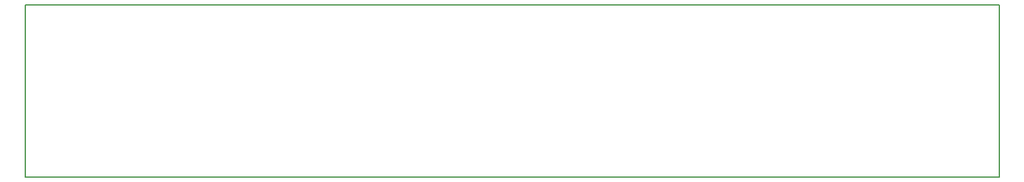
<source format=gbo>
G04 MADE WITH FRITZING*
G04 WWW.FRITZING.ORG*
G04 DOUBLE SIDED*
G04 HOLES PLATED*
G04 CONTOUR ON CENTER OF CONTOUR VECTOR*
%ASAXBY*%
%FSLAX23Y23*%
%MOIN*%
%OFA0B0*%
%SFA1.0B1.0*%
%ADD10R,5.271500X0.939598X5.255500X0.923598*%
%ADD11C,0.008000*%
%LNSILK0*%
G90*
G70*
G54D11*
X4Y936D02*
X5268Y936D01*
X5268Y4D01*
X4Y4D01*
X4Y936D01*
D02*
G04 End of Silk0*
M02*
</source>
